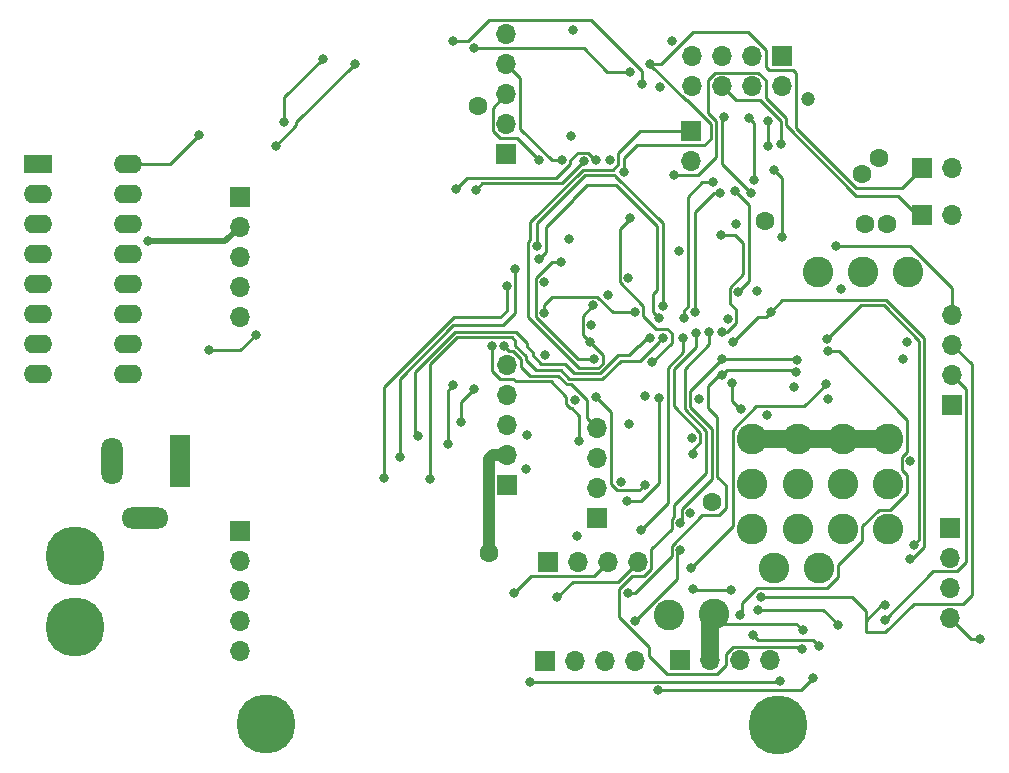
<source format=gbl>
%TF.GenerationSoftware,KiCad,Pcbnew,(5.1.6-0-10_14)*%
%TF.CreationDate,2022-07-24T21:03:51-05:00*%
%TF.ProjectId,small_led_driver_with_optoisolator,736d616c-6c5f-46c6-9564-5f6472697665,rev?*%
%TF.SameCoordinates,Original*%
%TF.FileFunction,Copper,L4,Bot*%
%TF.FilePolarity,Positive*%
%FSLAX46Y46*%
G04 Gerber Fmt 4.6, Leading zero omitted, Abs format (unit mm)*
G04 Created by KiCad (PCBNEW (5.1.6-0-10_14)) date 2022-07-24 21:03:51*
%MOMM*%
%LPD*%
G01*
G04 APERTURE LIST*
%TA.AperFunction,ComponentPad*%
%ADD10C,5.000000*%
%TD*%
%TA.AperFunction,ComponentPad*%
%ADD11R,1.700000X1.700000*%
%TD*%
%TA.AperFunction,ComponentPad*%
%ADD12O,1.700000X1.700000*%
%TD*%
%TA.AperFunction,ComponentPad*%
%ADD13C,2.600000*%
%TD*%
%TA.AperFunction,ComponentPad*%
%ADD14R,1.800000X4.400000*%
%TD*%
%TA.AperFunction,ComponentPad*%
%ADD15O,1.800000X4.000000*%
%TD*%
%TA.AperFunction,ComponentPad*%
%ADD16O,4.000000X1.800000*%
%TD*%
%TA.AperFunction,ComponentPad*%
%ADD17O,2.400000X1.600000*%
%TD*%
%TA.AperFunction,ComponentPad*%
%ADD18R,2.400000X1.600000*%
%TD*%
%TA.AperFunction,ViaPad*%
%ADD19C,0.800000*%
%TD*%
%TA.AperFunction,ViaPad*%
%ADD20C,1.600000*%
%TD*%
%TA.AperFunction,ViaPad*%
%ADD21C,1.200000*%
%TD*%
%TA.AperFunction,Conductor*%
%ADD22C,1.500000*%
%TD*%
%TA.AperFunction,Conductor*%
%ADD23C,0.250000*%
%TD*%
%TA.AperFunction,Conductor*%
%ADD24C,0.500000*%
%TD*%
%TA.AperFunction,Conductor*%
%ADD25C,1.000000*%
%TD*%
G04 APERTURE END LIST*
D10*
%TO.P,J33,1*%
%TO.N,Net-(J1-Pad1)*%
X143610000Y-131240000D03*
%TD*%
%TO.P,J34,1*%
%TO.N,+5V*%
X186974000Y-131358000D03*
%TD*%
D11*
%TO.P,U10,1*%
%TO.N,GND1*%
X163999718Y-111051000D03*
D12*
%TO.P,U10,2*%
%TO.N,+5V*%
X163999718Y-108511000D03*
%TO.P,U10,3*%
%TO.N,/OUT_3_P*%
X163999718Y-105971000D03*
%TO.P,U10,4*%
%TO.N,/OUT_3_N*%
X163999718Y-103431000D03*
%TO.P,U10,5*%
%TO.N,N/C*%
X163999718Y-100891000D03*
%TD*%
%TO.P,U5,5*%
%TO.N,N/C*%
X141401412Y-96776537D03*
%TO.P,U5,4*%
%TO.N,/OUT_2_N*%
X141401412Y-94236537D03*
%TO.P,U5,3*%
%TO.N,/OUT_2_P*%
X141401412Y-91696537D03*
%TO.P,U5,2*%
%TO.N,+5V*%
X141401412Y-89156537D03*
D11*
%TO.P,U5,1*%
%TO.N,GND1*%
X141401412Y-86616537D03*
%TD*%
%TO.P,U9,1*%
%TO.N,GND1*%
X163953092Y-83010883D03*
D12*
%TO.P,U9,2*%
%TO.N,+5V*%
X163953092Y-80470883D03*
%TO.P,U9,3*%
%TO.N,/OUT_1_P*%
X163953092Y-77930883D03*
%TO.P,U9,4*%
%TO.N,/OUT_1_N*%
X163953092Y-75390883D03*
%TO.P,U9,5*%
%TO.N,N/C*%
X163953092Y-72850883D03*
%TD*%
%TO.P,J31,4*%
%TO.N,/Sheet62D1858B/GPIO3*%
X175061000Y-117584000D03*
%TO.P,J31,3*%
%TO.N,/Sheet62D1858B/GPIO2*%
X172521000Y-117584000D03*
%TO.P,J31,2*%
%TO.N,/Sheet62D1858B/GPIO1*%
X169981000Y-117584000D03*
D11*
%TO.P,J31,1*%
%TO.N,/Sheet62D1858B/GPIO0*%
X167441000Y-117584000D03*
%TD*%
D12*
%TO.P,J30,4*%
%TO.N,+3V3*%
X201710000Y-96640000D03*
%TO.P,J30,3*%
%TO.N,/Sheet62D1858B/I2C2_SDA*%
X201710000Y-99180000D03*
%TO.P,J30,2*%
%TO.N,/Sheet62D1858B/I2C2_SCL*%
X201710000Y-101720000D03*
D11*
%TO.P,J30,1*%
%TO.N,GND1*%
X201710000Y-104260000D03*
%TD*%
D12*
%TO.P,J29,4*%
%TO.N,+5V*%
X186280000Y-125891000D03*
%TO.P,J29,3*%
%TO.N,GND1*%
X183740000Y-125891000D03*
%TO.P,J29,2*%
%TO.N,+3V3*%
X181200000Y-125891000D03*
D11*
%TO.P,J29,1*%
%TO.N,GND1*%
X178660000Y-125891000D03*
%TD*%
D13*
%TO.P,J28,1*%
%TO.N,GND1*%
X177728000Y-122040000D03*
%TD*%
%TO.P,J27,1*%
%TO.N,+5V*%
X186577999Y-118059400D03*
%TD*%
D11*
%TO.P,J26,1*%
%TO.N,/Sheet62D1858B/LPUART1_TX_SHIFTED*%
X167236000Y-125909000D03*
D12*
%TO.P,J26,2*%
%TO.N,/Sheet62D1858B/LPUART1_RX_SHIFTED*%
X169776000Y-125909000D03*
%TO.P,J26,3*%
%TO.N,/Sheet62D1858B/LPUART1_TX*%
X172316000Y-125909000D03*
%TO.P,J26,4*%
%TO.N,/Sheet62D1858B/LPUART1_RX*%
X174856000Y-125909000D03*
%TD*%
D11*
%TO.P,J25,1*%
%TO.N,/Sheet62D1858B/SPI3_MOSI*%
X201510000Y-114640000D03*
D12*
%TO.P,J25,2*%
%TO.N,/Sheet62D1858B/SPI3_MISO*%
X201510000Y-117180000D03*
%TO.P,J25,3*%
%TO.N,/Sheet62D1858B/SPI3_SCK*%
X201510000Y-119720000D03*
%TO.P,J25,4*%
%TO.N,/Sheet62D1858B/SPI3_NSS*%
X201510000Y-122260000D03*
%TD*%
D13*
%TO.P,J24,1*%
%TO.N,GND1*%
X190388000Y-118059400D03*
%TD*%
%TO.P,J2,1*%
%TO.N,+3V3*%
X181491000Y-121927000D03*
%TD*%
D14*
%TO.P,J1,1*%
%TO.N,Net-(J1-Pad1)*%
X136325000Y-109020000D03*
D15*
%TO.P,J1,2*%
%TO.N,GND1*%
X130525000Y-109020000D03*
D16*
%TO.P,J1,3*%
X133325000Y-113820000D03*
%TD*%
D10*
%TO.P,J20,1*%
%TO.N,Net-(J1-Pad1)*%
X127410000Y-117040000D03*
%TD*%
D13*
%TO.P,J13,1*%
%TO.N,/Sheet62D1858B/TIM1_CH1_SHIFT*%
X188619004Y-110942478D03*
%TD*%
D11*
%TO.P,J3,1*%
%TO.N,WKUP3*%
X171619280Y-113847704D03*
D12*
%TO.P,J3,2*%
%TO.N,WKUP4*%
X171619280Y-111307704D03*
%TO.P,J3,3*%
%TO.N,WKUP1*%
X171619280Y-108767704D03*
%TO.P,J3,4*%
%TO.N,WKUP2*%
X171619280Y-106227704D03*
%TD*%
D13*
%TO.P,J22,1*%
%TO.N,/Sheet62D1858B/TIM15_CH1_SHIFT*%
X184776004Y-110928478D03*
%TD*%
%TO.P,J19,1*%
%TO.N,/Sheet62D1858B/TIM1_CH3_SHIFT*%
X196239003Y-110942478D03*
%TD*%
%TO.P,J17,1*%
%TO.N,/Sheet62D1858B/TIM1_CH2_SHIFT*%
X192429003Y-110942479D03*
%TD*%
%TO.P,J4,1*%
%TO.N,GND1*%
X197923654Y-92975238D03*
%TD*%
%TO.P,J6,1*%
%TO.N,+5V*%
X192429003Y-107132478D03*
%TD*%
D12*
%TO.P,J16,2*%
%TO.N,+5V*%
X201668000Y-84176000D03*
D11*
%TO.P,J16,1*%
%TO.N,Net-(J16-Pad1)*%
X199128000Y-84176000D03*
%TD*%
%TO.P,J14,1*%
%TO.N,Net-(J14-Pad1)*%
X199160000Y-88189000D03*
D12*
%TO.P,J14,2*%
%TO.N,+5V*%
X201700000Y-88189000D03*
%TD*%
D13*
%TO.P,J23,1*%
%TO.N,/Sheet62D1858B/TIM16_CH1_SHIFT*%
X194113655Y-92975238D03*
%TD*%
D10*
%TO.P,J21,1*%
%TO.N,GND1*%
X127410000Y-123040000D03*
%TD*%
D12*
%TO.P,SW1,2*%
%TO.N,GND1*%
X179610780Y-83629700D03*
D11*
%TO.P,SW1,1*%
%TO.N,/Sheet62D1858B/NRST*%
X179610780Y-81089700D03*
%TD*%
D13*
%TO.P,J15,1*%
%TO.N,+5V*%
X196239003Y-107132478D03*
%TD*%
%TO.P,J12,1*%
%TO.N,GND1*%
X188619004Y-114752479D03*
%TD*%
%TO.P,J11,1*%
%TO.N,GND1*%
X192429003Y-114752480D03*
%TD*%
%TO.P,J10,1*%
%TO.N,GND1*%
X184776003Y-114738479D03*
%TD*%
D12*
%TO.P,J18,8*%
%TO.N,+3V3*%
X179638000Y-77283000D03*
%TO.P,J18,7*%
%TO.N,/Sheet62D1858B/SWDIO*%
X179638000Y-74743000D03*
%TO.P,J18,6*%
%TO.N,/Sheet62D1858B/SWCLK*%
X182178000Y-77283000D03*
%TO.P,J18,5*%
%TO.N,/Sheet62D1858B/JTDI*%
X182178000Y-74743000D03*
%TO.P,J18,4*%
%TO.N,/Sheet62D1858B/JTDO*%
X184718000Y-77283000D03*
%TO.P,J18,3*%
%TO.N,/Sheet62D1858B/NJTRST*%
X184718000Y-74743000D03*
%TO.P,J18,2*%
%TO.N,/Sheet62D1858B/NRST*%
X187258000Y-77283000D03*
D11*
%TO.P,J18,1*%
%TO.N,GND1*%
X187258000Y-74743000D03*
%TD*%
D17*
%TO.P,U7,16*%
%TO.N,/INT_1*%
X131930000Y-83840000D03*
%TO.P,U7,8*%
%TO.N,/OUT_4_N*%
X124310000Y-101620000D03*
%TO.P,U7,15*%
%TO.N,GND1*%
X131930000Y-86380000D03*
%TO.P,U7,7*%
%TO.N,Net-(R42-Pad1)*%
X124310000Y-99080000D03*
%TO.P,U7,14*%
%TO.N,/INT_2*%
X131930000Y-88920000D03*
%TO.P,U7,6*%
%TO.N,/OUT_3_N*%
X124310000Y-96540000D03*
%TO.P,U7,13*%
%TO.N,GND1*%
X131930000Y-91460000D03*
%TO.P,U7,5*%
%TO.N,Net-(R30-Pad1)*%
X124310000Y-94000000D03*
%TO.P,U7,12*%
%TO.N,/INT_3*%
X131930000Y-94000000D03*
%TO.P,U7,4*%
%TO.N,/OUT_2_N*%
X124310000Y-91460000D03*
%TO.P,U7,11*%
%TO.N,GND1*%
X131930000Y-96540000D03*
%TO.P,U7,3*%
%TO.N,Net-(R29-Pad1)*%
X124310000Y-88920000D03*
%TO.P,U7,10*%
%TO.N,/INT_4*%
X131930000Y-99080000D03*
%TO.P,U7,2*%
%TO.N,/OUT_1_N*%
X124310000Y-86380000D03*
%TO.P,U7,9*%
%TO.N,GND1*%
X131930000Y-101620000D03*
D18*
%TO.P,U7,1*%
%TO.N,Net-(R41-Pad1)*%
X124310000Y-83840000D03*
%TD*%
D13*
%TO.P,J9,1*%
%TO.N,GND1*%
X196239003Y-114752479D03*
%TD*%
%TO.P,J8,1*%
%TO.N,+5V*%
X190303654Y-92975238D03*
%TD*%
%TO.P,J7,1*%
%TO.N,+5V*%
X188619003Y-107132478D03*
%TD*%
%TO.P,J5,1*%
%TO.N,+5V*%
X184776004Y-107118478D03*
%TD*%
D11*
%TO.P,U11,1*%
%TO.N,GND1*%
X141410000Y-114940000D03*
D12*
%TO.P,U11,2*%
%TO.N,+5V*%
X141410000Y-117480000D03*
%TO.P,U11,3*%
%TO.N,/OUT_4_P*%
X141410000Y-120020000D03*
%TO.P,U11,4*%
%TO.N,/OUT_4_N*%
X141410000Y-122560000D03*
%TO.P,U11,5*%
%TO.N,N/C*%
X141410000Y-125100000D03*
%TD*%
D19*
%TO.N,GND1*%
X188321500Y-102759501D03*
X180216000Y-103739000D03*
X191138000Y-103788000D03*
X197520999Y-100389000D03*
X197883000Y-98885000D03*
X167210500Y-100038100D03*
X175690000Y-103480000D03*
X171120000Y-97470000D03*
X173670000Y-110770000D03*
X182690000Y-96950000D03*
X169725100Y-103822700D03*
X167175001Y-93815000D03*
X185199999Y-94600000D03*
X192290000Y-94439000D03*
X198152000Y-109040000D03*
X178544000Y-91179000D03*
X169966000Y-115388999D03*
X179643800Y-107073900D03*
D20*
X194308000Y-88960000D03*
X196213000Y-88960000D03*
D19*
X169610000Y-72540000D03*
X165660000Y-106790000D03*
X169380000Y-81494000D03*
X169211640Y-90194360D03*
D21*
X189501000Y-78331000D03*
D19*
%TO.N,+3V3*%
X172535000Y-94905000D03*
X174270000Y-93530000D03*
X174320000Y-105830000D03*
X179521000Y-113388001D03*
D20*
X181381000Y-112471000D03*
D19*
X186056000Y-105099000D03*
X172710000Y-83540000D03*
X165610000Y-109640000D03*
X189035000Y-123349000D03*
X191833000Y-90779000D03*
X183365000Y-88914000D03*
D20*
X185854100Y-88709700D03*
%TO.N,+5V*%
X194058450Y-84734450D03*
X195462950Y-83329950D03*
D19*
X133621500Y-90414500D03*
X176922000Y-77323000D03*
X177942000Y-73423000D03*
D20*
X162449717Y-116763283D03*
X161534000Y-78979000D03*
D19*
%TO.N,Net-(J14-Pad1)*%
X178136000Y-84818000D03*
%TO.N,Net-(J16-Pad1)*%
X176134000Y-75410000D03*
X173895000Y-84532000D03*
%TO.N,/Sheet62D1858B/NRST*%
X171302439Y-95831860D03*
X171040000Y-98950000D03*
%TO.N,/Sheet62D1858B/NJTRST*%
X178996100Y-96901200D03*
X181417000Y-85394000D03*
%TO.N,/Sheet62D1858B/JTDO*%
X179935001Y-96388001D03*
X187289200Y-90066060D03*
X186069000Y-80176000D03*
X186069000Y-82345000D03*
X186568200Y-84343800D03*
X182042000Y-86308000D03*
%TO.N,/Sheet62D1858B/JTDI*%
X183580800Y-94678700D03*
X183314100Y-86169700D03*
X184477000Y-79927000D03*
X184934000Y-85178000D03*
%TO.N,/Sheet62D1858B/SWCLK*%
X187161000Y-82139000D03*
%TO.N,/Sheet62D1858B/SWDIO*%
X182247300Y-98056899D03*
X182392000Y-79880000D03*
X184664000Y-86281000D03*
X182121160Y-89902640D03*
%TO.N,/Sheet62D1858B/LED_OUT_1*%
X171363400Y-100406400D03*
X168554000Y-92159000D03*
%TO.N,/Sheet62D1858B/LED_OUT_2*%
X176309000Y-100636001D03*
X174384000Y-88433000D03*
%TO.N,/INT_1*%
X137901000Y-81425000D03*
%TO.N,/Sheet62D1858B/LVL_EN*%
X198431000Y-116075000D03*
X183066000Y-102396000D03*
X183773000Y-104620000D03*
X191116471Y-98641471D03*
%TO.N,/Sheet62D1858B/SPI3_NSS*%
X176887900Y-103632200D03*
X174131000Y-112422000D03*
X204053000Y-124036000D03*
X176817999Y-128404001D03*
X189927000Y-127390000D03*
%TO.N,/Sheet62D1858B/SPI3_SCK*%
X181142400Y-98107701D03*
X188979000Y-124888000D03*
%TO.N,/Sheet62D1858B/SPI3_MISO*%
X179756000Y-108371000D03*
X179974000Y-98203098D03*
X190381000Y-124628000D03*
X184843000Y-123736000D03*
X182989000Y-119959000D03*
X179723000Y-119857000D03*
%TO.N,/Sheet62D1858B/SPI3_MOSI*%
X178925000Y-98625000D03*
X175367000Y-114814000D03*
X165940000Y-127679000D03*
X187154000Y-127645000D03*
%TO.N,/Sheet62D1858B/LPUART1_RX*%
X182225200Y-100340200D03*
X188563500Y-100427500D03*
X178668000Y-116526000D03*
X178670000Y-114264000D03*
X174856000Y-122506998D03*
%TO.N,/Sheet62D1858B/LPUART1_TX*%
X188494000Y-101489000D03*
X182174000Y-101757000D03*
X174220000Y-120208000D03*
%TO.N,/Sheet62D1858B/LPUART1_RX_SHIFTED*%
X191171000Y-99719000D03*
X183763000Y-122060002D03*
%TO.N,/Sheet62D1858B/LPUART1_TX_SHIFTED*%
X190969000Y-102497000D03*
X179600000Y-118051000D03*
%TO.N,/Sheet62D1858B/I2C2_SCL*%
X185269901Y-121577300D03*
X195993002Y-122457998D03*
X192035697Y-122857997D03*
%TO.N,/Sheet62D1858B/I2C2_SDA*%
X185511201Y-120510500D03*
X196029000Y-121199000D03*
%TO.N,Net-(R27-Pad2)*%
X171566600Y-103594100D03*
X175644500Y-111070500D03*
%TO.N,/Sheet62D1858B/GPIO0*%
X177229000Y-98545000D03*
X157478000Y-110537000D03*
%TO.N,/Sheet62D1858B/GPIO1*%
X176104000Y-98603000D03*
X156441000Y-106895000D03*
%TO.N,/Sheet62D1858B/GPIO2*%
X177172001Y-95919000D03*
X164604000Y-120164000D03*
X164688000Y-92733000D03*
X166539000Y-90808000D03*
X154932000Y-108692000D03*
%TO.N,/Sheet62D1858B/GPIO3*%
X168236000Y-120539000D03*
X163962999Y-94169999D03*
X166724000Y-91863000D03*
X176833000Y-96875000D03*
X153624000Y-110444000D03*
%TO.N,/Sheet62D1858B/LVL_DIR*%
X198122000Y-117322999D03*
X183116500Y-98925500D03*
X186320500Y-96350500D03*
%TO.N,/INT_3*%
X144410000Y-82340000D03*
X174410000Y-76040000D03*
X161224116Y-74025884D03*
X151108000Y-75395000D03*
%TO.N,/OUT_1_P*%
X166710000Y-83540000D03*
%TO.N,/OUT_1_N*%
X168622500Y-83527500D03*
%TO.N,/INT_4*%
X138810000Y-99640000D03*
X142760000Y-98290000D03*
X175410000Y-77040000D03*
X159423499Y-73453499D03*
X145135001Y-80311001D03*
X148396000Y-74959000D03*
%TO.N,WKUP3*%
X171549000Y-83528000D03*
X159704000Y-85964000D03*
X159470000Y-102594000D03*
X159010000Y-107524000D03*
%TO.N,WKUP4*%
X160110000Y-105740000D03*
X170492000Y-83636000D03*
X161354000Y-86025000D03*
X161192000Y-102928000D03*
%TO.N,WKUP1*%
X170122000Y-107302000D03*
X162710000Y-99240000D03*
%TO.N,WKUP2*%
X167147000Y-96431300D03*
X174815999Y-96395001D03*
X163760000Y-99290000D03*
%TD*%
D22*
%TO.N,+3V3*%
X181200000Y-122218000D02*
X181491000Y-121927000D01*
X181200000Y-125891000D02*
X181200000Y-122218000D01*
D23*
X189035000Y-123349000D02*
X189035000Y-123349000D01*
X201710000Y-94356582D02*
X198132418Y-90779000D01*
X201710000Y-96640000D02*
X201710000Y-94356582D01*
X198132418Y-90779000D02*
X191833000Y-90779000D01*
X191833000Y-90779000D02*
X191833000Y-90779000D01*
X189035000Y-123349000D02*
X188490000Y-122804000D01*
X182349003Y-122785003D02*
X181491000Y-121927000D01*
X183824003Y-122785003D02*
X182349003Y-122785003D01*
X183843000Y-122804000D02*
X183824003Y-122785003D01*
X188490000Y-122804000D02*
X183843000Y-122804000D01*
D22*
%TO.N,+5V*%
X188619003Y-107132478D02*
X192429003Y-107132478D01*
X196239003Y-107132478D02*
X192429003Y-107132478D01*
X188605004Y-107118478D02*
X188619003Y-107132478D01*
X184776004Y-107118478D02*
X188605004Y-107118478D01*
D24*
X184776004Y-108111996D02*
X184776004Y-107118478D01*
X140143449Y-90414500D02*
X141401412Y-89156537D01*
X133621500Y-90414500D02*
X140143449Y-90414500D01*
D25*
X162449717Y-108858920D02*
X162449717Y-116763283D01*
X162797637Y-108511000D02*
X162449717Y-108858920D01*
X163999718Y-108511000D02*
X162797637Y-108511000D01*
D23*
%TO.N,Net-(J14-Pad1)*%
X180161482Y-84818000D02*
X178136000Y-84818000D01*
X181730009Y-83249473D02*
X180161482Y-84818000D01*
X185893001Y-78234003D02*
X185893001Y-76718999D01*
X181002999Y-79506999D02*
X181730009Y-80234009D01*
X181002999Y-76718999D02*
X181002999Y-79506999D01*
X187611010Y-79952012D02*
X185893001Y-78234003D01*
X181613999Y-76107999D02*
X181002999Y-76718999D01*
X185893001Y-76718999D02*
X185282001Y-76107999D01*
X187611010Y-80588422D02*
X187611010Y-79952012D01*
X193585587Y-86562999D02*
X187611010Y-80588422D01*
X185282001Y-76107999D02*
X181613999Y-76107999D01*
X181730009Y-80234009D02*
X181730009Y-83249473D01*
%TO.N,Net-(J16-Pad1)*%
X173895000Y-84532000D02*
X173895000Y-83367000D01*
X180720781Y-82264701D02*
X181280000Y-81705482D01*
X174997299Y-82264701D02*
X180720781Y-82264701D01*
X173895000Y-83367000D02*
X174997299Y-82264701D01*
X176134000Y-75461998D02*
X176134000Y-75410000D01*
X179130003Y-78458001D02*
X176134000Y-75461998D01*
X179264083Y-78458001D02*
X179130003Y-78458001D01*
X181280000Y-80473918D02*
X179264083Y-78458001D01*
X181280000Y-81705482D02*
X181280000Y-80473918D01*
X184412001Y-72697999D02*
X179740003Y-72697999D01*
X177028002Y-75410000D02*
X176134000Y-75410000D01*
X186147999Y-75918001D02*
X185893001Y-75663003D01*
X188204001Y-75918001D02*
X186147999Y-75918001D01*
X179740003Y-72697999D02*
X177028002Y-75410000D01*
X188433001Y-76147001D02*
X188204001Y-75918001D01*
X188433001Y-80774003D02*
X188433001Y-76147001D01*
X185893001Y-75663003D02*
X185893001Y-74178999D01*
X193518449Y-85859451D02*
X188433001Y-80774003D01*
X185893001Y-74178999D02*
X184412001Y-72697999D01*
%TO.N,+5V*%
X201685000Y-83999000D02*
X200884002Y-83999000D01*
%TO.N,Net-(J14-Pad1)*%
X199160000Y-88189000D02*
X198745000Y-88189000D01*
X197118999Y-86562999D02*
X193585587Y-86562999D01*
X198745000Y-88189000D02*
X197118999Y-86562999D01*
%TO.N,Net-(J16-Pad1)*%
X197444549Y-85859451D02*
X199128000Y-84176000D01*
X193518449Y-85859451D02*
X197444549Y-85859451D01*
%TO.N,/Sheet62D1858B/NRST*%
X170394999Y-96739301D02*
X171302439Y-95831860D01*
X171040000Y-98950000D02*
X170394999Y-98304999D01*
X170394999Y-98304999D02*
X170394999Y-96739301D01*
X172088401Y-99998401D02*
X171040000Y-98950000D01*
X172088401Y-100754401D02*
X172088401Y-99998401D01*
X179610780Y-81089700D02*
X175294300Y-81089700D01*
X170403409Y-84361001D02*
X165971989Y-88792421D01*
X165813999Y-90459999D02*
X165813999Y-96807711D01*
X173435001Y-83888001D02*
X172962001Y-84361001D01*
X165971989Y-90302009D02*
X165813999Y-90459999D01*
X165971989Y-88792421D02*
X165971989Y-90302009D01*
X172962001Y-84361001D02*
X170403409Y-84361001D01*
X173435001Y-82948999D02*
X173435001Y-83888001D01*
X170137689Y-101131401D02*
X171711401Y-101131401D01*
X171711401Y-101131401D02*
X172088401Y-100754401D01*
X175294300Y-81089700D02*
X173435001Y-82948999D01*
X165813999Y-96807711D02*
X170137689Y-101131401D01*
%TO.N,/Sheet62D1858B/NJTRST*%
X180542000Y-85394000D02*
X181417000Y-85394000D01*
X179300900Y-86635100D02*
X180542000Y-85394000D01*
X179300900Y-95949100D02*
X179300900Y-86635100D01*
X178996099Y-96253900D02*
X179300900Y-95949100D01*
X178996100Y-96901200D02*
X178996099Y-96253900D01*
%TO.N,/Sheet62D1858B/JTDO*%
X179935001Y-96388001D02*
X179935001Y-87968001D01*
X187289200Y-90066060D02*
X187289200Y-85064800D01*
X187289200Y-85064800D02*
X186568200Y-84343800D01*
X186069000Y-80176000D02*
X186069000Y-82345000D01*
X186069000Y-82345000D02*
X186069000Y-82396000D01*
X179935001Y-87968001D02*
X179935001Y-87881999D01*
X179935001Y-87881999D02*
X181509000Y-86308000D01*
X181509000Y-86308000D02*
X181852000Y-86308000D01*
X181852000Y-86308000D02*
X182042000Y-86308000D01*
X182042000Y-86308000D02*
X182042000Y-86308000D01*
%TO.N,/Sheet62D1858B/JTDI*%
X183580800Y-94678700D02*
X184489101Y-93770399D01*
X184489101Y-93770399D02*
X184489101Y-87344700D01*
X184489101Y-87344700D02*
X183314100Y-86169700D01*
X184934000Y-80384000D02*
X184477000Y-79927000D01*
X184934000Y-85178000D02*
X184934000Y-80384000D01*
%TO.N,/Sheet62D1858B/SWCLK*%
X185424003Y-78458001D02*
X187161000Y-80194998D01*
X183353001Y-78458001D02*
X185424003Y-78458001D01*
X182178000Y-77283000D02*
X183353001Y-78458001D01*
X187161000Y-80194998D02*
X187161000Y-82139000D01*
X187161000Y-82139000D02*
X187161000Y-82139000D01*
%TO.N,/Sheet62D1858B/SWDIO*%
X182247300Y-98056899D02*
X182298099Y-98107700D01*
X182196000Y-83813000D02*
X184664000Y-86281000D01*
X182147800Y-89876000D02*
X182121160Y-89902640D01*
X183299000Y-89876000D02*
X182147800Y-89876000D01*
X183986000Y-93200498D02*
X183986000Y-90563000D01*
X183415000Y-96200001D02*
X182855799Y-95640799D01*
X182855799Y-95640799D02*
X182855799Y-94330699D01*
X183986000Y-90563000D02*
X183299000Y-89876000D01*
X182855799Y-94330699D02*
X183986000Y-93200498D01*
X183415001Y-97298001D02*
X183415000Y-96200001D01*
X182656102Y-98056900D02*
X183415001Y-97298001D01*
X182247300Y-98056899D02*
X182656102Y-98056900D01*
X182196000Y-80076000D02*
X182392000Y-79880000D01*
X182196000Y-83813000D02*
X182196000Y-80076000D01*
%TO.N,/Sheet62D1858B/LED_OUT_1*%
X166421999Y-96779301D02*
X170049098Y-100406400D01*
X170049098Y-100406400D02*
X171363400Y-100406400D01*
X166421999Y-96779301D02*
X166421999Y-93495000D01*
X167786000Y-92159000D02*
X168554000Y-92159000D01*
X166450000Y-93495000D02*
X167786000Y-92159000D01*
X166421999Y-93495000D02*
X166450000Y-93495000D01*
%TO.N,/Sheet62D1858B/LED_OUT_2*%
X175541000Y-95874002D02*
X173544999Y-93878001D01*
X175541000Y-96743002D02*
X175541000Y-95874002D01*
X173544999Y-93878001D02*
X173544999Y-89388001D01*
X177954001Y-98990999D02*
X176309000Y-100636001D01*
X177954001Y-98196999D02*
X177954001Y-98990999D01*
X177577001Y-97819999D02*
X177954001Y-98196999D01*
X176617997Y-97819999D02*
X177577001Y-97819999D01*
X175541000Y-96743002D02*
X176617997Y-97819999D01*
X173544999Y-89388001D02*
X173544999Y-89384001D01*
X173544999Y-89384001D02*
X174384000Y-88545000D01*
X174384000Y-88545000D02*
X174384000Y-88433000D01*
X174384000Y-88433000D02*
X174384000Y-88433000D01*
%TO.N,/INT_1*%
X135486000Y-83840000D02*
X137901000Y-81425000D01*
X131930000Y-83840000D02*
X135486000Y-83840000D01*
%TO.N,/Sheet62D1858B/LVL_EN*%
X183560000Y-104443000D02*
X183596000Y-104443000D01*
X183596000Y-104443000D02*
X183773000Y-104620000D01*
X193942942Y-95815000D02*
X195886002Y-95815000D01*
X198877001Y-98805999D02*
X198877001Y-115628999D01*
X195886002Y-95815000D02*
X198877001Y-98805999D01*
X198877001Y-115628999D02*
X198431000Y-116075000D01*
X183066000Y-103949000D02*
X183560000Y-104443000D01*
X191116471Y-98641471D02*
X193942942Y-95815000D01*
X183066000Y-102396000D02*
X183066000Y-103949000D01*
%TO.N,/Sheet62D1858B/SPI3_NSS*%
X176887900Y-110900102D02*
X175366002Y-112422000D01*
X176887900Y-103632200D02*
X176887900Y-110900102D01*
X175366002Y-112422000D02*
X174131000Y-112422000D01*
X203286000Y-124036000D02*
X201510000Y-122260000D01*
X204053000Y-124036000D02*
X203286000Y-124036000D01*
X188496001Y-128404001D02*
X188912999Y-128404001D01*
X176817999Y-128404001D02*
X188496001Y-128404001D01*
X188912999Y-128404001D02*
X189927000Y-127390000D01*
X189927000Y-127390000D02*
X189927000Y-127390000D01*
%TO.N,/Sheet62D1858B/SPI3_SCK*%
X181142400Y-99093600D02*
X181142400Y-98107701D01*
X182564999Y-125326999D02*
X182564999Y-126265003D01*
X179034998Y-104637589D02*
X179034998Y-101201001D01*
X188979000Y-124888000D02*
X188806999Y-124715999D01*
X177944999Y-114746003D02*
X177944999Y-113915999D01*
X180818811Y-106421401D02*
X179034998Y-104637589D01*
X188806999Y-124715999D02*
X183175999Y-124715999D01*
X180818811Y-109998599D02*
X180818811Y-106421401D01*
X176031001Y-124755001D02*
X173494999Y-122218999D01*
X178130205Y-112687205D02*
X180818811Y-109998599D01*
X178130205Y-113730793D02*
X178130205Y-112687205D01*
X177944999Y-113915999D02*
X178130205Y-113730793D01*
X176236001Y-116455001D02*
X177944999Y-114746003D01*
X173494999Y-122218999D02*
X173494999Y-119859999D01*
X175625001Y-118759001D02*
X176236001Y-118148001D01*
X174595997Y-118759001D02*
X175625001Y-118759001D01*
X179034998Y-101201001D02*
X181142400Y-99093600D01*
X176031001Y-125547003D02*
X176031001Y-124755001D01*
X177549999Y-127066001D02*
X176031001Y-125547003D01*
X181764001Y-127066001D02*
X177549999Y-127066001D01*
X182564999Y-126265003D02*
X181764001Y-127066001D01*
X176236001Y-118148001D02*
X176236001Y-116455001D01*
X173494999Y-119859999D02*
X174595997Y-118759001D01*
X183175999Y-124715999D02*
X182564999Y-125326999D01*
%TO.N,/Sheet62D1858B/SPI3_MISO*%
X178115000Y-104354000D02*
X178115000Y-101246410D01*
X178115000Y-101246410D02*
X179974000Y-99387410D01*
X179974000Y-99387410D02*
X179974000Y-98203098D01*
X180368801Y-106607801D02*
X178115000Y-104354000D01*
X179756000Y-108371000D02*
X179756000Y-108034702D01*
X179756000Y-108034702D02*
X180368801Y-107421901D01*
X180368801Y-107421901D02*
X180368801Y-106607801D01*
X189915999Y-124162999D02*
X185269999Y-124162999D01*
X190381000Y-124628000D02*
X189915999Y-124162999D01*
X185269999Y-124162999D02*
X184843000Y-123736000D01*
X184843000Y-123736000D02*
X184843000Y-123736000D01*
X182989000Y-119959000D02*
X179825000Y-119959000D01*
X179825000Y-119959000D02*
X179723000Y-119857000D01*
X179723000Y-119857000D02*
X179723000Y-119857000D01*
%TO.N,/Sheet62D1858B/SPI3_MOSI*%
X178925000Y-98625000D02*
X178925000Y-99800000D01*
X177612901Y-101112099D02*
X177612901Y-112568099D01*
X178925000Y-99800000D02*
X177612901Y-101112099D01*
X177612901Y-112568099D02*
X175367000Y-114814000D01*
X187120000Y-127679000D02*
X187154000Y-127645000D01*
X165940000Y-127679000D02*
X187120000Y-127679000D01*
%TO.N,/Sheet62D1858B/LPUART1_RX*%
X188563500Y-100427500D02*
X188581000Y-100445000D01*
X179490999Y-104457179D02*
X181331799Y-106297979D01*
X181331799Y-106297979D02*
X181331799Y-110504199D01*
X179490999Y-103074401D02*
X179490999Y-104457179D01*
X182225200Y-100340200D02*
X179490999Y-103074401D01*
X178795998Y-113039999D02*
X181331799Y-110504199D01*
X188476200Y-100340200D02*
X188563500Y-100427500D01*
X182225200Y-100340200D02*
X188476200Y-100340200D01*
X178668000Y-116526000D02*
X178668000Y-116208302D01*
X178795998Y-113039999D02*
X178795998Y-114138002D01*
X178795998Y-114138002D02*
X178670000Y-114264000D01*
X178670000Y-114264000D02*
X178670000Y-114264000D01*
X174856000Y-122506998D02*
X178387000Y-118975998D01*
X178387000Y-116807000D02*
X178668000Y-116526000D01*
X178387000Y-118975998D02*
X178387000Y-116807000D01*
%TO.N,/Sheet62D1858B/LPUART1_TX*%
X181781809Y-105244809D02*
X181036000Y-104499000D01*
X181036000Y-102652000D02*
X181931000Y-101757000D01*
X181810000Y-110360001D02*
X181810000Y-110089000D01*
X181036000Y-104499000D02*
X181036000Y-102652000D01*
X182506001Y-113006711D02*
X182506000Y-111056001D01*
X181781809Y-110060809D02*
X181781809Y-105244809D01*
X182506000Y-111056001D02*
X181810000Y-110360001D01*
X181931000Y-101757000D02*
X182174000Y-101757000D01*
X181810000Y-110089000D02*
X181781809Y-110060809D01*
X188494000Y-101489000D02*
X188313100Y-101308100D01*
X182622900Y-101308100D02*
X182174000Y-101757000D01*
X188313100Y-101308100D02*
X182622900Y-101308100D01*
X181916711Y-113596001D02*
X182506001Y-113006711D01*
X180524997Y-113596001D02*
X181916711Y-113596001D01*
X177936990Y-116184008D02*
X180524997Y-113596001D01*
X177936990Y-117083422D02*
X177936990Y-116184008D01*
X174812412Y-120208000D02*
X177936990Y-117083422D01*
X174220000Y-120208000D02*
X174812412Y-120208000D01*
%TO.N,/Sheet62D1858B/LPUART1_RX_SHIFTED*%
X197864004Y-106193319D02*
X197864004Y-105511004D01*
X192072000Y-99719000D02*
X191171000Y-99719000D01*
X197864004Y-105511004D02*
X192072000Y-99719000D01*
X185163199Y-119785499D02*
X183914000Y-121034698D01*
X192013001Y-118839401D02*
X191066903Y-119785499D01*
X194054004Y-115798394D02*
X192013001Y-117839397D01*
X191066903Y-119785499D02*
X185163199Y-119785499D01*
X194054004Y-114532476D02*
X194054004Y-115798394D01*
X192013001Y-117839397D02*
X192013001Y-118839401D01*
X197426999Y-109725472D02*
X197864004Y-110162477D01*
X197864004Y-110162477D02*
X197864004Y-111722479D01*
X195459002Y-113127478D02*
X194054004Y-114532476D01*
X197426999Y-108691999D02*
X197426999Y-109725472D01*
X197864004Y-108254994D02*
X197426999Y-108691999D01*
X196459005Y-113127478D02*
X195459002Y-113127478D01*
X197864004Y-111722479D02*
X196459005Y-113127478D01*
X197864004Y-106193319D02*
X197864004Y-108254994D01*
X183914000Y-121034698D02*
X183906302Y-121034698D01*
X183914000Y-121909002D02*
X183763000Y-122060002D01*
X183914000Y-121034698D02*
X183914000Y-121909002D01*
%TO.N,/Sheet62D1858B/LPUART1_TX_SHIFTED*%
X190969000Y-102497000D02*
X190969000Y-102400000D01*
X185115481Y-104373999D02*
X189189001Y-104373999D01*
X190969000Y-102594000D02*
X190969000Y-102497000D01*
X189189001Y-104373999D02*
X190969000Y-102594000D01*
X183151003Y-106338477D02*
X185115481Y-104373999D01*
X183151003Y-114499997D02*
X183151003Y-106338477D01*
X179600000Y-118051000D02*
X183151003Y-114499997D01*
%TO.N,/Sheet62D1858B/I2C2_SCL*%
X189306300Y-121577300D02*
X189878300Y-121577300D01*
X189306300Y-121577300D02*
X185269901Y-121577300D01*
X201710000Y-101720000D02*
X202885001Y-102895001D01*
X195993002Y-122457998D02*
X195993002Y-122457998D01*
X189878300Y-121577300D02*
X190755300Y-121577300D01*
X190755300Y-121577300D02*
X192021000Y-122843000D01*
X200095999Y-118355001D02*
X195993002Y-122457998D01*
X202074001Y-118355001D02*
X200095999Y-118355001D01*
X202885001Y-117544001D02*
X202074001Y-118355001D01*
X202885001Y-102895001D02*
X202885001Y-117544001D01*
%TO.N,/Sheet62D1858B/I2C2_SDA*%
X193131499Y-120510499D02*
X193182499Y-120510499D01*
X185511201Y-120510500D02*
X193131499Y-120510499D01*
X193182499Y-120510499D02*
X194361800Y-121689800D01*
X194361800Y-122621800D02*
X194361800Y-122540200D01*
X194361800Y-121689800D02*
X194361800Y-122621800D01*
X195703000Y-121199000D02*
X196029000Y-121199000D01*
X194361800Y-122540200D02*
X195703000Y-121199000D01*
X194361800Y-123134200D02*
X194361800Y-122621800D01*
X194361800Y-123489800D02*
X194361800Y-123134200D01*
X196034202Y-123489800D02*
X194361800Y-123489800D01*
X203335011Y-120383399D02*
X202633411Y-121084999D01*
X203335011Y-100805011D02*
X203335011Y-120383399D01*
X201710000Y-99180000D02*
X203335011Y-100805011D01*
X198439003Y-121084999D02*
X196034202Y-123489800D01*
X202633411Y-121084999D02*
X198439003Y-121084999D01*
%TO.N,Net-(R27-Pad2)*%
X175219999Y-111495001D02*
X175644500Y-111070500D01*
X172794281Y-110967283D02*
X173321999Y-111495001D01*
X173321999Y-111495001D02*
X175219999Y-111495001D01*
X172794281Y-104821781D02*
X172794281Y-110967283D01*
X171566600Y-103594100D02*
X172794281Y-104821781D01*
%TO.N,/Sheet62D1858B/GPIO0*%
X164710000Y-98840000D02*
X164710000Y-98840000D01*
X157478000Y-106163000D02*
X157478000Y-106163000D01*
X159749001Y-98514999D02*
X157478000Y-100786000D01*
X164384999Y-98514999D02*
X159749001Y-98514999D01*
X164710000Y-98840000D02*
X164384999Y-98514999D01*
X164710000Y-99225870D02*
X164710000Y-98840000D01*
X165624729Y-100454729D02*
X165624728Y-100140598D01*
X157478000Y-106163000D02*
X157478000Y-110537000D01*
X176829001Y-98840999D02*
X176829001Y-98951001D01*
X168547000Y-101318000D02*
X166488000Y-101318000D01*
X177125000Y-98544999D02*
X176829001Y-98840999D01*
X169260421Y-102031421D02*
X168547000Y-101318000D01*
X166488000Y-101318000D02*
X165624729Y-100454729D01*
X172084201Y-102031421D02*
X169260421Y-102031421D01*
X165624728Y-100140598D02*
X164710000Y-99225870D01*
X177229000Y-98545000D02*
X177125000Y-98544999D01*
X176829001Y-98951001D02*
X175276992Y-100503010D01*
X157478000Y-100786000D02*
X157478000Y-106163000D01*
X173612612Y-100503010D02*
X172084201Y-102031421D01*
X175276992Y-100503010D02*
X173612612Y-100503010D01*
%TO.N,/Sheet62D1858B/GPIO1*%
X165710000Y-99040000D02*
X165710000Y-99040000D01*
X156191000Y-106645000D02*
X156441000Y-106895000D01*
X164734989Y-98064989D02*
X159562601Y-98064989D01*
X165710000Y-99040000D02*
X164734989Y-98064989D01*
X166862499Y-100763101D02*
X166166000Y-100066602D01*
X168885101Y-100763101D02*
X166862499Y-100763101D01*
X169703411Y-101581411D02*
X168885101Y-100763101D01*
X165710000Y-99340000D02*
X165710000Y-99040000D01*
X166166000Y-99796000D02*
X165710000Y-99340000D01*
X175095000Y-99260000D02*
X174302000Y-100053000D01*
X175199002Y-99260000D02*
X175095000Y-99260000D01*
X176104000Y-98603000D02*
X175856002Y-98603000D01*
X175856002Y-98603000D02*
X175199002Y-99260000D01*
X159562601Y-98064989D02*
X156191000Y-101436590D01*
X166166000Y-100066602D02*
X166166000Y-99796000D01*
X156191000Y-101436590D02*
X156191000Y-106645000D01*
X171897801Y-101581411D02*
X169703411Y-101581411D01*
X173426212Y-100053000D02*
X171897801Y-101581411D01*
X174302000Y-100053000D02*
X173426212Y-100053000D01*
%TO.N,/Sheet62D1858B/GPIO2*%
X177172001Y-95919000D02*
X177172001Y-88962198D01*
X171345999Y-118759001D02*
X166008999Y-118759001D01*
X172521000Y-117584000D02*
X171345999Y-118759001D01*
X166008999Y-118759001D02*
X164604000Y-120164000D01*
X164604000Y-120164000D02*
X164604000Y-120164000D01*
X154932000Y-102059180D02*
X159471180Y-97520000D01*
X154932000Y-106032000D02*
X154932000Y-102059180D01*
X159471180Y-97520000D02*
X163627000Y-97520000D01*
X163627000Y-97520000D02*
X164688000Y-96459000D01*
X164688000Y-96459000D02*
X164688000Y-92733000D01*
X164688000Y-92733000D02*
X164688000Y-92733000D01*
X166539000Y-90808000D02*
X166539000Y-88861820D01*
X170589809Y-84811011D02*
X173148401Y-84811011D01*
X166539000Y-88861820D02*
X170589809Y-84811011D01*
X177172001Y-88882003D02*
X177172001Y-88962198D01*
X173148401Y-84858403D02*
X177172001Y-88882003D01*
X173148401Y-84811011D02*
X173148401Y-84858403D01*
X154932000Y-106032000D02*
X154932000Y-108692000D01*
%TO.N,/Sheet62D1858B/GPIO3*%
X175061000Y-117584000D02*
X173435989Y-119209011D01*
X173435989Y-119209011D02*
X169565989Y-119209011D01*
X169565989Y-119209011D02*
X168236000Y-120539000D01*
X168236000Y-120539000D02*
X168236000Y-120539000D01*
X153624000Y-102730770D02*
X159507770Y-96847000D01*
X159507770Y-96847000D02*
X163446000Y-96847000D01*
X153624000Y-106047000D02*
X153624000Y-102730770D01*
X163962999Y-96330001D02*
X163962999Y-94169999D01*
X163446000Y-96847000D02*
X163962999Y-96330001D01*
X163962999Y-94169999D02*
X163962999Y-94169999D01*
X167264001Y-91322999D02*
X167264001Y-89215999D01*
X176721991Y-89068403D02*
X173252588Y-85599000D01*
X167264001Y-89215999D02*
X169598000Y-86882000D01*
X166724000Y-91863000D02*
X167264001Y-91322999D01*
X169598000Y-86882000D02*
X169598000Y-86807000D01*
X176385001Y-96427001D02*
X176385001Y-94882999D01*
X169598000Y-86807000D02*
X170806000Y-85599000D01*
X170806000Y-85599000D02*
X173252588Y-85599000D01*
X176385001Y-94882999D02*
X176721991Y-94546009D01*
X176721991Y-94546009D02*
X176721991Y-89068403D01*
X176833000Y-96875000D02*
X176385001Y-96427001D01*
X153624000Y-106047000D02*
X153624000Y-110444000D01*
%TO.N,/Sheet62D1858B/LVL_DIR*%
X198256002Y-117323000D02*
X198122000Y-117322999D01*
X199327011Y-116079989D02*
X199327011Y-116251991D01*
X199327011Y-116251991D02*
X198256002Y-117323000D01*
X199327010Y-98619599D02*
X199327011Y-116079989D01*
X185904000Y-96767000D02*
X186320500Y-96350500D01*
X185275000Y-96767000D02*
X185904000Y-96767000D01*
X196072403Y-95364991D02*
X199327010Y-98619599D01*
X186320500Y-96350500D02*
X187306009Y-95364991D01*
X187306009Y-95364991D02*
X196072403Y-95364991D01*
X183116500Y-98925500D02*
X185275000Y-96767000D01*
%TO.N,/INT_3*%
X174410000Y-76040000D02*
X172510000Y-76040000D01*
X170495884Y-74025884D02*
X161224116Y-74025884D01*
X172510000Y-76040000D02*
X170495884Y-74025884D01*
X161224116Y-74025884D02*
X161224116Y-74025884D01*
X144410000Y-82340000D02*
X146168000Y-80582000D01*
X146168000Y-80582000D02*
X146168000Y-80335000D01*
X146168000Y-80335000D02*
X151108000Y-75395000D01*
X151108000Y-75395000D02*
X151122000Y-75381000D01*
%TO.N,/OUT_1_P*%
X162778091Y-81034884D02*
X162778091Y-79105884D01*
X163389091Y-81645884D02*
X162778091Y-81034884D01*
X162778091Y-79105884D02*
X163953092Y-77930883D01*
X164815884Y-81645884D02*
X163389091Y-81645884D01*
X166710000Y-83540000D02*
X164815884Y-81645884D01*
%TO.N,/OUT_1_N*%
X168622500Y-83527500D02*
X167797500Y-83527500D01*
X167797500Y-83527500D02*
X165128093Y-80858093D01*
X165128093Y-76565884D02*
X163953092Y-75390883D01*
X165128093Y-80858093D02*
X165128093Y-76565884D01*
%TO.N,/INT_4*%
X138810000Y-99640000D02*
X141410000Y-99640000D01*
X141410000Y-99640000D02*
X142760000Y-98290000D01*
X142760000Y-98290000D02*
X142810000Y-98240000D01*
X162501116Y-71675882D02*
X160723499Y-73453499D01*
X171118884Y-71675882D02*
X162501116Y-71675882D01*
X175410000Y-75966998D02*
X171118884Y-71675882D01*
X175410000Y-77040000D02*
X175410000Y-75966998D01*
X160723499Y-73453499D02*
X159423499Y-73453499D01*
X159423499Y-73453499D02*
X159423499Y-73453499D01*
X145135001Y-80311001D02*
X145135001Y-78219999D01*
X145135001Y-78219999D02*
X148396000Y-74959000D01*
X148396000Y-74959000D02*
X148396000Y-74959000D01*
%TO.N,WKUP3*%
X168174012Y-85048990D02*
X160619010Y-85048990D01*
X169347501Y-83875501D02*
X168174012Y-85048990D01*
X169980001Y-82910999D02*
X169347501Y-83543499D01*
X170840001Y-82910999D02*
X169980001Y-82910999D01*
X171457002Y-83528000D02*
X170840001Y-82910999D01*
X169347501Y-83543499D02*
X169347501Y-83875501D01*
X171549000Y-83528000D02*
X171457002Y-83528000D01*
X160619010Y-85048990D02*
X159704000Y-85964000D01*
X159704000Y-85964000D02*
X159704000Y-85964000D01*
X159010000Y-103054000D02*
X159470000Y-102594000D01*
X159010000Y-105740000D02*
X159010000Y-103054000D01*
X159010000Y-105740000D02*
X159010000Y-107524000D01*
%TO.N,WKUP4*%
X170492000Y-83636000D02*
X168629000Y-85499000D01*
X168629000Y-85499000D02*
X161880000Y-85499000D01*
X161880000Y-85499000D02*
X161354000Y-86025000D01*
X161354000Y-86025000D02*
X161354000Y-86025000D01*
X160110000Y-104010000D02*
X161192000Y-102928000D01*
X160110000Y-105740000D02*
X160110000Y-104010000D01*
%TO.N,WKUP1*%
X170122000Y-107302000D02*
X170122000Y-105169000D01*
X169377099Y-104547702D02*
X168995000Y-104165602D01*
X169500701Y-104547702D02*
X169377099Y-104547702D01*
X170122000Y-105169000D02*
X169500701Y-104547702D01*
X168995000Y-104165602D02*
X168995000Y-103544000D01*
X168995000Y-103544000D02*
X167711000Y-102260000D01*
X164536001Y-102066001D02*
X163435717Y-102066001D01*
X163435717Y-102066001D02*
X162710000Y-101340284D01*
X164730000Y-102260000D02*
X164536001Y-102066001D01*
X167711000Y-102260000D02*
X164730000Y-102260000D01*
X162710000Y-101340284D02*
X162710000Y-99240000D01*
X162710000Y-99240000D02*
X162710000Y-99240000D01*
%TO.N,WKUP2*%
X170769281Y-105377705D02*
X170769281Y-103821281D01*
X169429431Y-102481431D02*
X169074020Y-102481430D01*
X170769281Y-103821281D02*
X169429431Y-102481431D01*
X171619280Y-106227704D02*
X170769281Y-105377705D01*
X168360600Y-101768010D02*
X166076010Y-101768010D01*
X169074020Y-102481430D02*
X168360600Y-101768010D01*
X167147000Y-95770900D02*
X167811041Y-95106860D01*
X167147000Y-96431300D02*
X167147000Y-95770900D01*
X171663857Y-95106860D02*
X172951999Y-96395001D01*
X167874540Y-95106859D02*
X167811041Y-95106860D01*
X167874540Y-95106859D02*
X171663857Y-95106860D01*
X172951999Y-96395001D02*
X174815999Y-96395001D01*
X165938010Y-101768010D02*
X165174719Y-101004719D01*
X166076010Y-101768010D02*
X165938010Y-101768010D01*
X165174719Y-101004719D02*
X165174719Y-100326999D01*
X164548860Y-99701140D02*
X164171140Y-99701140D01*
X165174719Y-100326999D02*
X164548860Y-99701140D01*
X164171140Y-99701140D02*
X163760000Y-99290000D01*
X163760000Y-99290000D02*
X163710000Y-99240000D01*
%TD*%
M02*

</source>
